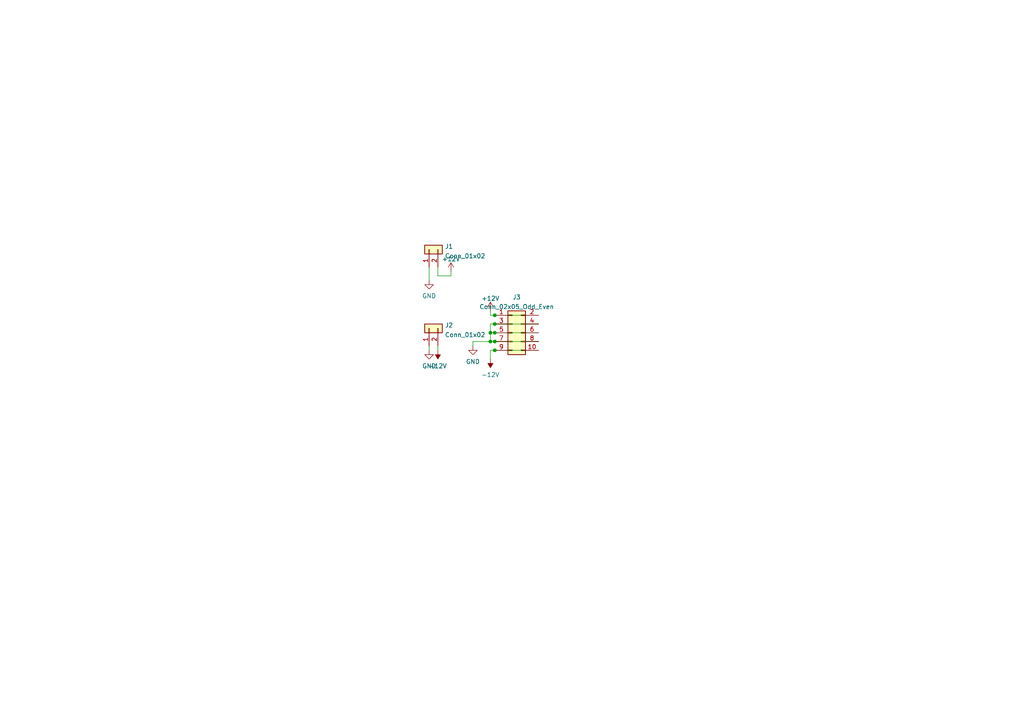
<source format=kicad_sch>
(kicad_sch (version 20230121) (generator eeschema)
  (paper "A4")
  (lib_symbols
    (symbol "Connector_Generic:Conn_01x02" (pin_names (offset 1.016) hide)
      (property "Reference" "J" (at 0 2.54 0))
      (property "Value" "Conn_01x02" (at 0 -5.08 0))
      (symbol "Conn_01x02_1_1"
        (rectangle (start -1.27 -2.413) (end 0 -2.667) (stroke (width 0.1524)))
        (rectangle (start -1.27 0.127) (end 0 -0.127) (stroke (width 0.1524)))
        (rectangle (start -1.27 1.27) (end 1.27 -3.81) (stroke (width 0.254)) (fill (type background)))
        (pin passive line (at -5.08 0 0) (length 3.81) (name "Pin_1") (number "1"))
        (pin passive line (at -5.08 -2.54 0) (length 3.81) (name "Pin_2") (number "2"))
      )
    )
    (symbol "Connector_Generic:Conn_02x05_Odd_Even" (pin_names (offset 1.016) hide)
      (property "Reference" "J" (at 1.27 7.62 0))
      (property "Value" "Conn_02x05_Odd_Even" (at 1.27 -7.62 0))
      (symbol "Conn_02x05_Odd_Even_1_1"
        (rectangle (start -1.27 -4.953) (end 0 -5.207) (stroke (width 0.1524)))
        (rectangle (start -1.27 -2.413) (end 0 -2.667) (stroke (width 0.1524)))
        (rectangle (start -1.27 0.127) (end 0 -0.127) (stroke (width 0.1524)))
        (rectangle (start -1.27 2.667) (end 0 2.413) (stroke (width 0.1524)))
        (rectangle (start -1.27 5.207) (end 0 4.953) (stroke (width 0.1524)))
        (rectangle (start -1.27 6.35) (end 3.81 -6.35) (stroke (width 0.254)) (fill (type background)))
        (rectangle (start 3.81 -4.953) (end 2.54 -5.207) (stroke (width 0.1524)))
        (rectangle (start 3.81 -2.413) (end 2.54 -2.667) (stroke (width 0.1524)))
        (rectangle (start 3.81 0.127) (end 2.54 -0.127) (stroke (width 0.1524)))
        (rectangle (start 3.81 2.667) (end 2.54 2.413) (stroke (width 0.1524)))
        (rectangle (start 3.81 5.207) (end 2.54 4.953) (stroke (width 0.1524)))
        (pin passive line (at -5.08 5.08 0) (length 3.81) (name "Pin_1") (number "1"))
        (pin passive line (at 7.62 -5.08 180) (length 3.81) (name "Pin_10") (number "10"))
        (pin passive line (at 7.62 5.08 180) (length 3.81) (name "Pin_2") (number "2"))
        (pin passive line (at -5.08 2.54 0) (length 3.81) (name "Pin_3") (number "3"))
        (pin passive line (at 7.62 2.54 180) (length 3.81) (name "Pin_4") (number "4"))
        (pin passive line (at -5.08 0 0) (length 3.81) (name "Pin_5") (number "5"))
        (pin passive line (at 7.62 0 180) (length 3.81) (name "Pin_6") (number "6"))
        (pin passive line (at -5.08 -2.54 0) (length 3.81) (name "Pin_7") (number "7"))
        (pin passive line (at 7.62 -2.54 180) (length 3.81) (name "Pin_8") (number "8"))
        (pin passive line (at -5.08 -5.08 0) (length 3.81) (name "Pin_9") (number "9"))
      )
    )
    (symbol "power:+12V" (power) (pin_names (offset 0))
      (property "Value" "+12V" (at 0 3.556 0))
      (symbol "+12V_0_1"
        (polyline (pts (xy -0.762 1.27) (xy 0 2.54)))
        (polyline (pts (xy 0 0) (xy 0 2.54)))
        (polyline (pts (xy 0 2.54) (xy 0.762 1.27)))
      )
      (symbol "+12V_1_1"
        (pin power_in line (at 0 0 90) (length 0) hide (name "+12V") (number "1"))
      )
    )
    (symbol "power:-12V" (power) (pin_names (offset 0))
      (property "Value" "-12V" (at 0 3.81 0))
      (symbol "-12V_0_0"
        (pin power_in line (at 0 0 90) (length 0) hide (name "-12V") (number "1"))
      )
      (symbol "-12V_0_1"
        (polyline (pts (xy 0 0) (xy 0 1.27) (xy 0.762 1.27) (xy 0 2.54) (xy -0.762 1.27) (xy 0 1.27)) (fill (type outline)))
      )
    )
    (symbol "power:GND" (power) (pin_names (offset 0))
      (property "Value" "GND" (at 0 -3.81 0))
      (symbol "GND_0_1"
        (polyline (pts (xy 0 0) (xy 0 -1.27) (xy 1.27 -1.27) (xy 0 -2.54) (xy -1.27 -1.27) (xy 0 -1.27)))
      )
      (symbol "GND_1_1"
        (pin power_in line (at 0 0 270) (length 0) hide (name "GND") (number "1"))
      )
    )
  )
  (junction (at 142.24 96.52))
  (junction (at 143.51 101.6))
  (junction (at 143.51 99.06))
  (junction (at 142.24 99.06))
  (junction (at 143.51 91.44))
  (junction (at 143.51 96.52))
  (junction (at 143.51 93.98))
  (wire (pts (xy 143.51 99.06) (xy 156.21 99.06)))
  (wire (pts (xy 142.24 99.06) (xy 142.24 96.52)))
  (wire (pts (xy 137.16 99.06) (xy 142.24 99.06)))
  (wire (pts (xy 127 80.01) (xy 127 77.47)))
  (wire (pts (xy 142.24 96.52) (xy 143.51 96.52)))
  (wire (pts (xy 143.51 96.52) (xy 156.21 96.52)))
  (wire (pts (xy 127 100.33) (xy 127 101.6)))
  (wire (pts (xy 124.46 100.33) (xy 124.46 101.6)))
  (wire (pts (xy 130.81 78.74) (xy 130.81 80.01)))
  (wire (pts (xy 142.24 91.44) (xy 143.51 91.44)))
  (wire (pts (xy 142.24 93.98) (xy 143.51 93.98)))
  (wire (pts (xy 143.51 91.44) (xy 156.21 91.44)))
  (wire (pts (xy 143.51 93.98) (xy 156.21 93.98)))
  (wire (pts (xy 124.46 77.47) (xy 124.46 81.28)))
  (wire (pts (xy 143.51 101.6) (xy 156.21 101.6)))
  (wire (pts (xy 142.24 99.06) (xy 143.51 99.06)))
  (wire (pts (xy 137.16 100.33) (xy 137.16 99.06)))
  (wire (pts (xy 142.24 101.6) (xy 143.51 101.6)))
  (wire (pts (xy 130.81 80.01) (xy 127 80.01)))
  (wire (pts (xy 142.24 90.17) (xy 142.24 91.44)))
  (wire (pts (xy 142.24 96.52) (xy 142.24 93.98)))
  (wire (pts (xy 142.24 104.14) (xy 142.24 101.6)))
  (symbol (lib_id "power:+12V") (at 142.24 90.17 0) (unit 1)
    (property "Reference" "#PWR06" (effects hide))
    (property "Value" "+12V" (at 142.24 86.5655 0))
  )
  (symbol (lib_id "power:GND") (at 124.46 81.28 0) (unit 1)
    (property "Reference" "#PWR01" (effects hide))
    (property "Value" "GND" (at 124.46 85.8425 0))
  )
  (symbol (lib_id "power:GND") (at 137.16 100.33 0) (unit 1)
    (property "Reference" "#PWR05" (effects hide))
    (property "Value" "GND" (at 137.16 104.8925 0))
  )
  (symbol (lib_id "power:+12V") (at 130.81 78.74 0) (unit 1)
    (property "Reference" "#PWR04" (effects hide))
    (property "Value" "+12V" (at 130.81 75.1355 0))
  )
  (symbol (lib_id "Connector_Generic:Conn_02x05_Odd_Even") (at 148.59 96.52 0) (unit 1)
    (property "Reference" "J3" (at 149.86 86.2035 0))
    (property "Value" "Conn_02x05_Odd_Even" (at 149.86 88.9786 0))
    (property "Footprint" "Connector_PinSocket_2.54mm:PinSocket_2x05_P2.54mm_Vertical" (effects hide))
  )
  (symbol (lib_id "power:-12V") (at 127 101.6 180) (unit 1)
    (property "Reference" "#PWR03" (effects hide))
    (property "Value" "-12V" (at 127 106.1625 0))
  )
  (symbol (lib_id "Connector_Generic:Conn_01x02") (at 124.46 95.25 90) (unit 1)
    (property "Reference" "J2" (at 129.032 94.3415 90) (effects (justify right)))
    (property "Value" "Conn_01x02" (at 129.032 97.1166 90) (effects (justify right)))
    (property "Footprint" "Connector_PinHeader_2.54mm:PinHeader_1x02_P2.54mm_Vertical" (effects hide))
  )
  (symbol (lib_id "power:GND") (at 124.46 101.6 0) (unit 1)
    (property "Reference" "#PWR02" (effects hide))
    (property "Value" "GND" (at 124.46 106.1625 0))
  )
  (symbol (lib_id "Connector_Generic:Conn_01x02") (at 124.46 72.39 90) (unit 1)
    (property "Reference" "J1" (at 129.032 71.4815 90) (effects (justify right)))
    (property "Value" "Conn_01x02" (at 129.032 74.2566 90) (effects (justify right)))
    (property "Footprint" "Connector_PinHeader_2.54mm:PinHeader_1x02_P2.54mm_Vertical" (effects hide))
  )
  (symbol (lib_id "power:-12V") (at 142.24 104.14 180) (unit 1)
    (property "Reference" "#PWR07" (effects hide))
    (property "Value" "-12V" (at 142.24 108.7025 0))
  )
)
</source>
